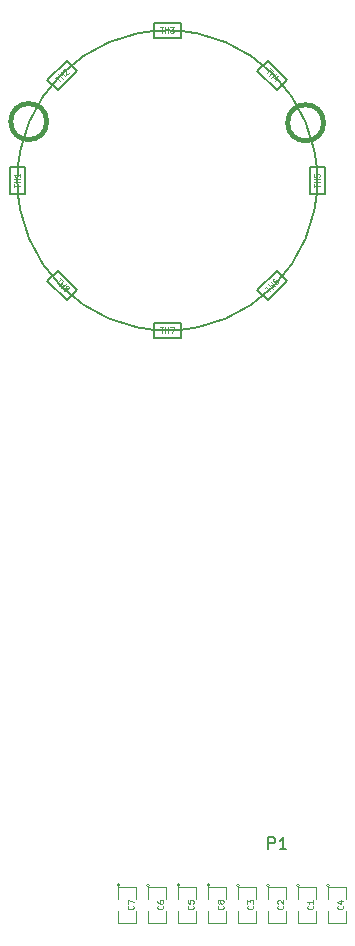
<source format=gto>
G04 (created by PCBNEW (2013-07-07 BZR 4022)-stable) date 12/18/2014 6:53:03 AM*
%MOIN*%
G04 Gerber Fmt 3.4, Leading zero omitted, Abs format*
%FSLAX34Y34*%
G01*
G70*
G90*
G04 APERTURE LIST*
%ADD10C,0.00590551*%
%ADD11C,0.00787402*%
%ADD12C,0.015*%
%ADD13C,0.0039*%
%ADD14C,0.005*%
%ADD15C,0.0043*%
%ADD16C,0.0045*%
G04 APERTURE END LIST*
G54D10*
G54D11*
X83400Y-47600D02*
G75*
G03X83400Y-47600I-5000J0D01*
G74*
G01*
G54D12*
X83610Y-45680D02*
G75*
G03X83610Y-45680I-600J0D01*
G74*
G01*
X74380Y-45640D02*
G75*
G03X74380Y-45640I-600J0D01*
G74*
G01*
G54D13*
X80810Y-71100D02*
G75*
G03X80810Y-71100I-50J0D01*
G74*
G01*
X80760Y-71550D02*
X80760Y-71150D01*
X80760Y-71150D02*
X81360Y-71150D01*
X81360Y-71150D02*
X81360Y-71550D01*
X81360Y-71950D02*
X81360Y-72350D01*
X81360Y-72350D02*
X80760Y-72350D01*
X80760Y-72350D02*
X80760Y-71950D01*
X79820Y-71100D02*
G75*
G03X79820Y-71100I-50J0D01*
G74*
G01*
X79770Y-71550D02*
X79770Y-71150D01*
X79770Y-71150D02*
X80370Y-71150D01*
X80370Y-71150D02*
X80370Y-71550D01*
X80370Y-71950D02*
X80370Y-72350D01*
X80370Y-72350D02*
X79770Y-72350D01*
X79770Y-72350D02*
X79770Y-71950D01*
X81810Y-71100D02*
G75*
G03X81810Y-71100I-50J0D01*
G74*
G01*
X81760Y-71550D02*
X81760Y-71150D01*
X81760Y-71150D02*
X82360Y-71150D01*
X82360Y-71150D02*
X82360Y-71550D01*
X82360Y-71950D02*
X82360Y-72350D01*
X82360Y-72350D02*
X81760Y-72350D01*
X81760Y-72350D02*
X81760Y-71950D01*
X78820Y-71100D02*
G75*
G03X78820Y-71100I-50J0D01*
G74*
G01*
X78770Y-71550D02*
X78770Y-71150D01*
X78770Y-71150D02*
X79370Y-71150D01*
X79370Y-71150D02*
X79370Y-71550D01*
X79370Y-71950D02*
X79370Y-72350D01*
X79370Y-72350D02*
X78770Y-72350D01*
X78770Y-72350D02*
X78770Y-71950D01*
X82810Y-71100D02*
G75*
G03X82810Y-71100I-50J0D01*
G74*
G01*
X82760Y-71550D02*
X82760Y-71150D01*
X82760Y-71150D02*
X83360Y-71150D01*
X83360Y-71150D02*
X83360Y-71550D01*
X83360Y-71950D02*
X83360Y-72350D01*
X83360Y-72350D02*
X82760Y-72350D01*
X82760Y-72350D02*
X82760Y-71950D01*
X77810Y-71100D02*
G75*
G03X77810Y-71100I-50J0D01*
G74*
G01*
X77760Y-71550D02*
X77760Y-71150D01*
X77760Y-71150D02*
X78360Y-71150D01*
X78360Y-71150D02*
X78360Y-71550D01*
X78360Y-71950D02*
X78360Y-72350D01*
X78360Y-72350D02*
X77760Y-72350D01*
X77760Y-72350D02*
X77760Y-71950D01*
X83810Y-71100D02*
G75*
G03X83810Y-71100I-50J0D01*
G74*
G01*
X83760Y-71550D02*
X83760Y-71150D01*
X83760Y-71150D02*
X84360Y-71150D01*
X84360Y-71150D02*
X84360Y-71550D01*
X84360Y-71950D02*
X84360Y-72350D01*
X84360Y-72350D02*
X83760Y-72350D01*
X83760Y-72350D02*
X83760Y-71950D01*
X76820Y-71100D02*
G75*
G03X76820Y-71100I-50J0D01*
G74*
G01*
X76770Y-71550D02*
X76770Y-71150D01*
X76770Y-71150D02*
X77370Y-71150D01*
X77370Y-71150D02*
X77370Y-71550D01*
X77370Y-71950D02*
X77370Y-72350D01*
X77370Y-72350D02*
X76770Y-72350D01*
X76770Y-72350D02*
X76770Y-71950D01*
G54D14*
X75394Y-43958D02*
X74758Y-44594D01*
X74758Y-44594D02*
X74405Y-44241D01*
X74405Y-44241D02*
X75041Y-43605D01*
X75041Y-43605D02*
X75394Y-43958D01*
X77950Y-42350D02*
X78850Y-42350D01*
X78850Y-42350D02*
X78850Y-42850D01*
X78850Y-42850D02*
X77950Y-42850D01*
X77950Y-42850D02*
X77950Y-42350D01*
X81758Y-43605D02*
X82394Y-44241D01*
X82394Y-44241D02*
X82041Y-44594D01*
X82041Y-44594D02*
X81405Y-43958D01*
X81405Y-43958D02*
X81758Y-43605D01*
X83150Y-48050D02*
X83150Y-47150D01*
X83150Y-47150D02*
X83650Y-47150D01*
X83650Y-47150D02*
X83650Y-48050D01*
X83650Y-48050D02*
X83150Y-48050D01*
X81405Y-51241D02*
X82041Y-50605D01*
X82041Y-50605D02*
X82394Y-50958D01*
X82394Y-50958D02*
X81758Y-51594D01*
X81758Y-51594D02*
X81405Y-51241D01*
X77950Y-52350D02*
X78850Y-52350D01*
X78850Y-52350D02*
X78850Y-52850D01*
X78850Y-52850D02*
X77950Y-52850D01*
X77950Y-52850D02*
X77950Y-52350D01*
X74758Y-50605D02*
X75394Y-51241D01*
X75394Y-51241D02*
X75041Y-51594D01*
X75041Y-51594D02*
X74405Y-50958D01*
X74405Y-50958D02*
X74758Y-50605D01*
X73150Y-48050D02*
X73150Y-47150D01*
X73150Y-47150D02*
X73650Y-47150D01*
X73650Y-47150D02*
X73650Y-48050D01*
X73650Y-48050D02*
X73150Y-48050D01*
G54D15*
X81245Y-71782D02*
X81255Y-71792D01*
X81264Y-71820D01*
X81264Y-71839D01*
X81255Y-71867D01*
X81236Y-71886D01*
X81217Y-71895D01*
X81180Y-71904D01*
X81152Y-71904D01*
X81114Y-71895D01*
X81095Y-71886D01*
X81077Y-71867D01*
X81067Y-71839D01*
X81067Y-71820D01*
X81077Y-71792D01*
X81086Y-71782D01*
X81067Y-71717D02*
X81067Y-71595D01*
X81142Y-71660D01*
X81142Y-71632D01*
X81152Y-71613D01*
X81161Y-71604D01*
X81180Y-71595D01*
X81227Y-71595D01*
X81245Y-71604D01*
X81255Y-71613D01*
X81264Y-71632D01*
X81264Y-71689D01*
X81255Y-71707D01*
X81245Y-71717D01*
X80255Y-71782D02*
X80265Y-71792D01*
X80274Y-71820D01*
X80274Y-71839D01*
X80265Y-71867D01*
X80246Y-71886D01*
X80227Y-71895D01*
X80190Y-71904D01*
X80162Y-71904D01*
X80124Y-71895D01*
X80105Y-71886D01*
X80087Y-71867D01*
X80077Y-71839D01*
X80077Y-71820D01*
X80087Y-71792D01*
X80096Y-71782D01*
X80162Y-71670D02*
X80152Y-71689D01*
X80143Y-71698D01*
X80124Y-71707D01*
X80115Y-71707D01*
X80096Y-71698D01*
X80087Y-71689D01*
X80077Y-71670D01*
X80077Y-71632D01*
X80087Y-71613D01*
X80096Y-71604D01*
X80115Y-71595D01*
X80124Y-71595D01*
X80143Y-71604D01*
X80152Y-71613D01*
X80162Y-71632D01*
X80162Y-71670D01*
X80171Y-71689D01*
X80180Y-71698D01*
X80199Y-71707D01*
X80237Y-71707D01*
X80255Y-71698D01*
X80265Y-71689D01*
X80274Y-71670D01*
X80274Y-71632D01*
X80265Y-71613D01*
X80255Y-71604D01*
X80237Y-71595D01*
X80199Y-71595D01*
X80180Y-71604D01*
X80171Y-71613D01*
X80162Y-71632D01*
X82245Y-71782D02*
X82255Y-71792D01*
X82264Y-71820D01*
X82264Y-71839D01*
X82255Y-71867D01*
X82236Y-71886D01*
X82217Y-71895D01*
X82180Y-71904D01*
X82152Y-71904D01*
X82114Y-71895D01*
X82095Y-71886D01*
X82077Y-71867D01*
X82067Y-71839D01*
X82067Y-71820D01*
X82077Y-71792D01*
X82086Y-71782D01*
X82086Y-71707D02*
X82077Y-71698D01*
X82067Y-71679D01*
X82067Y-71632D01*
X82077Y-71613D01*
X82086Y-71604D01*
X82105Y-71595D01*
X82124Y-71595D01*
X82152Y-71604D01*
X82264Y-71717D01*
X82264Y-71595D01*
X79255Y-71782D02*
X79265Y-71792D01*
X79274Y-71820D01*
X79274Y-71839D01*
X79265Y-71867D01*
X79246Y-71886D01*
X79227Y-71895D01*
X79190Y-71904D01*
X79162Y-71904D01*
X79124Y-71895D01*
X79105Y-71886D01*
X79087Y-71867D01*
X79077Y-71839D01*
X79077Y-71820D01*
X79087Y-71792D01*
X79096Y-71782D01*
X79077Y-71604D02*
X79077Y-71698D01*
X79171Y-71707D01*
X79162Y-71698D01*
X79152Y-71679D01*
X79152Y-71632D01*
X79162Y-71613D01*
X79171Y-71604D01*
X79190Y-71595D01*
X79237Y-71595D01*
X79255Y-71604D01*
X79265Y-71613D01*
X79274Y-71632D01*
X79274Y-71679D01*
X79265Y-71698D01*
X79255Y-71707D01*
X83245Y-71782D02*
X83255Y-71792D01*
X83264Y-71820D01*
X83264Y-71839D01*
X83255Y-71867D01*
X83236Y-71886D01*
X83217Y-71895D01*
X83180Y-71904D01*
X83152Y-71904D01*
X83114Y-71895D01*
X83095Y-71886D01*
X83077Y-71867D01*
X83067Y-71839D01*
X83067Y-71820D01*
X83077Y-71792D01*
X83086Y-71782D01*
X83264Y-71595D02*
X83264Y-71707D01*
X83264Y-71651D02*
X83067Y-71651D01*
X83095Y-71670D01*
X83114Y-71689D01*
X83124Y-71707D01*
X78245Y-71782D02*
X78255Y-71792D01*
X78264Y-71820D01*
X78264Y-71839D01*
X78255Y-71867D01*
X78236Y-71886D01*
X78217Y-71895D01*
X78180Y-71904D01*
X78152Y-71904D01*
X78114Y-71895D01*
X78095Y-71886D01*
X78077Y-71867D01*
X78067Y-71839D01*
X78067Y-71820D01*
X78077Y-71792D01*
X78086Y-71782D01*
X78067Y-71613D02*
X78067Y-71651D01*
X78077Y-71670D01*
X78086Y-71679D01*
X78114Y-71698D01*
X78152Y-71707D01*
X78227Y-71707D01*
X78245Y-71698D01*
X78255Y-71689D01*
X78264Y-71670D01*
X78264Y-71632D01*
X78255Y-71613D01*
X78245Y-71604D01*
X78227Y-71595D01*
X78180Y-71595D01*
X78161Y-71604D01*
X78152Y-71613D01*
X78142Y-71632D01*
X78142Y-71670D01*
X78152Y-71689D01*
X78161Y-71698D01*
X78180Y-71707D01*
X84245Y-71782D02*
X84255Y-71792D01*
X84264Y-71820D01*
X84264Y-71839D01*
X84255Y-71867D01*
X84236Y-71886D01*
X84217Y-71895D01*
X84180Y-71904D01*
X84152Y-71904D01*
X84114Y-71895D01*
X84095Y-71886D01*
X84077Y-71867D01*
X84067Y-71839D01*
X84067Y-71820D01*
X84077Y-71792D01*
X84086Y-71782D01*
X84133Y-71613D02*
X84264Y-71613D01*
X84058Y-71660D02*
X84199Y-71707D01*
X84199Y-71585D01*
X77255Y-71782D02*
X77265Y-71792D01*
X77274Y-71820D01*
X77274Y-71839D01*
X77265Y-71867D01*
X77246Y-71886D01*
X77227Y-71895D01*
X77190Y-71904D01*
X77162Y-71904D01*
X77124Y-71895D01*
X77105Y-71886D01*
X77087Y-71867D01*
X77077Y-71839D01*
X77077Y-71820D01*
X77087Y-71792D01*
X77096Y-71782D01*
X77077Y-71717D02*
X77077Y-71585D01*
X77274Y-71670D01*
G54D16*
X74652Y-44179D02*
X74724Y-44106D01*
X74829Y-44284D02*
X74688Y-44143D01*
X74908Y-44205D02*
X74767Y-44064D01*
X74834Y-44131D02*
X74907Y-44058D01*
X74981Y-44132D02*
X74840Y-43991D01*
X74908Y-43950D02*
X74907Y-43937D01*
X74912Y-43918D01*
X74943Y-43888D01*
X74961Y-43883D01*
X74974Y-43883D01*
X74994Y-43891D01*
X75007Y-43904D01*
X75021Y-43930D01*
X75029Y-44084D01*
X75108Y-44005D01*
X78168Y-42480D02*
X78271Y-42480D01*
X78220Y-42680D02*
X78220Y-42480D01*
X78331Y-42680D02*
X78331Y-42480D01*
X78331Y-42576D02*
X78434Y-42576D01*
X78434Y-42680D02*
X78434Y-42480D01*
X78502Y-42480D02*
X78614Y-42480D01*
X78554Y-42557D01*
X78580Y-42557D01*
X78597Y-42566D01*
X78605Y-42576D01*
X78614Y-42595D01*
X78614Y-42642D01*
X78605Y-42661D01*
X78597Y-42671D01*
X78580Y-42680D01*
X78528Y-42680D01*
X78511Y-42671D01*
X78502Y-42661D01*
X81820Y-43852D02*
X81893Y-43924D01*
X81715Y-44029D02*
X81856Y-43888D01*
X81794Y-44108D02*
X81935Y-43967D01*
X81868Y-44034D02*
X81941Y-44107D01*
X81867Y-44181D02*
X82008Y-44040D01*
X82076Y-44202D02*
X81982Y-44296D01*
X82100Y-44118D02*
X81968Y-44188D01*
X82047Y-44267D01*
X83280Y-47831D02*
X83280Y-47728D01*
X83480Y-47780D02*
X83280Y-47780D01*
X83480Y-47668D02*
X83280Y-47668D01*
X83376Y-47668D02*
X83376Y-47565D01*
X83480Y-47565D02*
X83280Y-47565D01*
X83280Y-47394D02*
X83280Y-47480D01*
X83376Y-47488D01*
X83366Y-47480D01*
X83357Y-47462D01*
X83357Y-47420D01*
X83366Y-47402D01*
X83376Y-47394D01*
X83395Y-47385D01*
X83442Y-47385D01*
X83461Y-47394D01*
X83471Y-47402D01*
X83480Y-47420D01*
X83480Y-47462D01*
X83471Y-47480D01*
X83461Y-47488D01*
X81652Y-51179D02*
X81724Y-51106D01*
X81829Y-51284D02*
X81688Y-51143D01*
X81908Y-51205D02*
X81767Y-51064D01*
X81834Y-51131D02*
X81907Y-51058D01*
X81981Y-51132D02*
X81840Y-50991D01*
X81955Y-50876D02*
X81930Y-50900D01*
X81925Y-50919D01*
X81926Y-50932D01*
X81934Y-50964D01*
X81955Y-50997D01*
X82009Y-51051D01*
X82028Y-51058D01*
X82041Y-51059D01*
X82060Y-51054D01*
X82084Y-51029D01*
X82089Y-51011D01*
X82089Y-50998D01*
X82081Y-50978D01*
X82048Y-50945D01*
X82028Y-50937D01*
X82015Y-50937D01*
X81996Y-50942D01*
X81972Y-50966D01*
X81967Y-50985D01*
X81968Y-50998D01*
X81975Y-51017D01*
X78168Y-52480D02*
X78271Y-52480D01*
X78220Y-52680D02*
X78220Y-52480D01*
X78331Y-52680D02*
X78331Y-52480D01*
X78331Y-52576D02*
X78434Y-52576D01*
X78434Y-52680D02*
X78434Y-52480D01*
X78502Y-52480D02*
X78622Y-52480D01*
X78545Y-52680D01*
X74820Y-50852D02*
X74893Y-50924D01*
X74715Y-51029D02*
X74856Y-50888D01*
X74794Y-51108D02*
X74935Y-50967D01*
X74868Y-51034D02*
X74941Y-51107D01*
X74867Y-51181D02*
X75008Y-51040D01*
X75026Y-51179D02*
X75021Y-51160D01*
X75021Y-51147D01*
X75029Y-51128D01*
X75036Y-51121D01*
X75055Y-51114D01*
X75068Y-51113D01*
X75087Y-51118D01*
X75111Y-51143D01*
X75116Y-51161D01*
X75116Y-51174D01*
X75108Y-51194D01*
X75102Y-51201D01*
X75082Y-51208D01*
X75069Y-51209D01*
X75050Y-51203D01*
X75026Y-51179D01*
X75007Y-51174D01*
X74994Y-51174D01*
X74975Y-51182D01*
X74948Y-51209D01*
X74941Y-51228D01*
X74940Y-51241D01*
X74945Y-51260D01*
X74970Y-51284D01*
X74988Y-51289D01*
X75001Y-51289D01*
X75021Y-51281D01*
X75048Y-51254D01*
X75055Y-51235D01*
X75056Y-51222D01*
X75050Y-51203D01*
X73280Y-47831D02*
X73280Y-47728D01*
X73480Y-47780D02*
X73280Y-47780D01*
X73480Y-47668D02*
X73280Y-47668D01*
X73376Y-47668D02*
X73376Y-47565D01*
X73480Y-47565D02*
X73280Y-47565D01*
X73480Y-47385D02*
X73480Y-47488D01*
X73480Y-47437D02*
X73280Y-47437D01*
X73309Y-47454D01*
X73328Y-47471D01*
X73338Y-47488D01*
G54D10*
X81769Y-69889D02*
X81769Y-69495D01*
X81919Y-69495D01*
X81956Y-69514D01*
X81975Y-69533D01*
X81994Y-69570D01*
X81994Y-69626D01*
X81975Y-69664D01*
X81956Y-69683D01*
X81919Y-69701D01*
X81769Y-69701D01*
X82369Y-69889D02*
X82144Y-69889D01*
X82256Y-69889D02*
X82256Y-69495D01*
X82219Y-69551D01*
X82181Y-69589D01*
X82144Y-69608D01*
M02*

</source>
